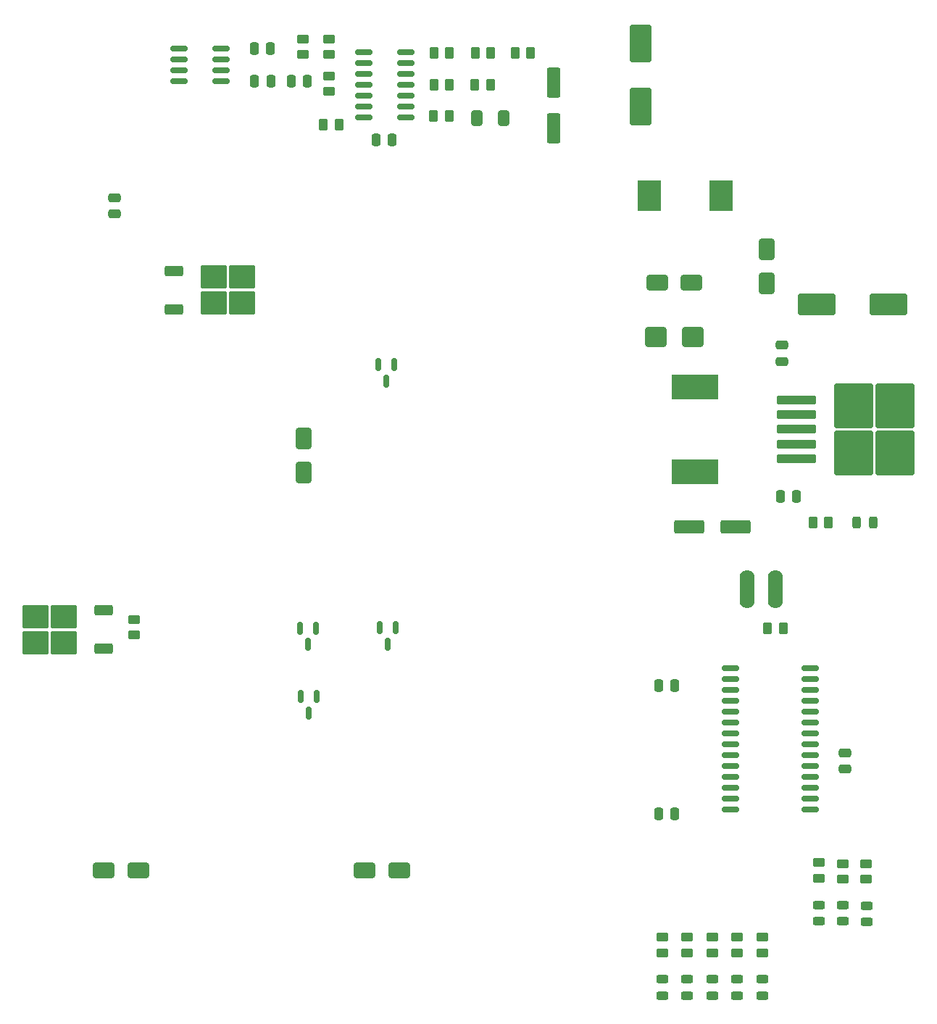
<source format=gtp>
G04 #@! TF.GenerationSoftware,KiCad,Pcbnew,8.0.7*
G04 #@! TF.CreationDate,2025-01-05T17:22:56+01:00*
G04 #@! TF.ProjectId,12VSupport,31325653-7570-4706-9f72-742e6b696361,1.1*
G04 #@! TF.SameCoordinates,Original*
G04 #@! TF.FileFunction,Paste,Top*
G04 #@! TF.FilePolarity,Positive*
%FSLAX46Y46*%
G04 Gerber Fmt 4.6, Leading zero omitted, Abs format (unit mm)*
G04 Created by KiCad (PCBNEW 8.0.7) date 2025-01-05 17:22:56*
%MOMM*%
%LPD*%
G01*
G04 APERTURE LIST*
G04 Aperture macros list*
%AMRoundRect*
0 Rectangle with rounded corners*
0 $1 Rounding radius*
0 $2 $3 $4 $5 $6 $7 $8 $9 X,Y pos of 4 corners*
0 Add a 4 corners polygon primitive as box body*
4,1,4,$2,$3,$4,$5,$6,$7,$8,$9,$2,$3,0*
0 Add four circle primitives for the rounded corners*
1,1,$1+$1,$2,$3*
1,1,$1+$1,$4,$5*
1,1,$1+$1,$6,$7*
1,1,$1+$1,$8,$9*
0 Add four rect primitives between the rounded corners*
20,1,$1+$1,$2,$3,$4,$5,0*
20,1,$1+$1,$4,$5,$6,$7,0*
20,1,$1+$1,$6,$7,$8,$9,0*
20,1,$1+$1,$8,$9,$2,$3,0*%
G04 Aperture macros list end*
%ADD10RoundRect,0.250000X-0.850000X-0.350000X0.850000X-0.350000X0.850000X0.350000X-0.850000X0.350000X0*%
%ADD11RoundRect,0.250000X-1.275000X-1.125000X1.275000X-1.125000X1.275000X1.125000X-1.275000X1.125000X0*%
%ADD12RoundRect,0.250000X-0.250000X-0.475000X0.250000X-0.475000X0.250000X0.475000X-0.250000X0.475000X0*%
%ADD13RoundRect,0.250000X-0.475000X0.250000X-0.475000X-0.250000X0.475000X-0.250000X0.475000X0.250000X0*%
%ADD14RoundRect,0.250000X-0.450000X0.262500X-0.450000X-0.262500X0.450000X-0.262500X0.450000X0.262500X0*%
%ADD15RoundRect,0.150000X-0.875000X-0.150000X0.875000X-0.150000X0.875000X0.150000X-0.875000X0.150000X0*%
%ADD16RoundRect,0.250000X0.262500X0.450000X-0.262500X0.450000X-0.262500X-0.450000X0.262500X-0.450000X0*%
%ADD17RoundRect,0.150000X-0.150000X0.587500X-0.150000X-0.587500X0.150000X-0.587500X0.150000X0.587500X0*%
%ADD18RoundRect,0.243750X0.456250X-0.243750X0.456250X0.243750X-0.456250X0.243750X-0.456250X-0.243750X0*%
%ADD19RoundRect,0.250000X-0.262500X-0.450000X0.262500X-0.450000X0.262500X0.450000X-0.262500X0.450000X0*%
%ADD20RoundRect,0.250000X0.450000X-0.262500X0.450000X0.262500X-0.450000X0.262500X-0.450000X-0.262500X0*%
%ADD21R,5.400000X2.900000*%
%ADD22RoundRect,0.250000X1.000000X-1.950000X1.000000X1.950000X-1.000000X1.950000X-1.000000X-1.950000X0*%
%ADD23RoundRect,0.250000X0.650000X-1.000000X0.650000X1.000000X-0.650000X1.000000X-0.650000X-1.000000X0*%
%ADD24RoundRect,0.250000X0.250000X0.475000X-0.250000X0.475000X-0.250000X-0.475000X0.250000X-0.475000X0*%
%ADD25RoundRect,0.250000X1.000000X0.650000X-1.000000X0.650000X-1.000000X-0.650000X1.000000X-0.650000X0*%
%ADD26RoundRect,0.250000X-1.500000X-0.550000X1.500000X-0.550000X1.500000X0.550000X-1.500000X0.550000X0*%
%ADD27RoundRect,0.250000X-1.950000X-1.000000X1.950000X-1.000000X1.950000X1.000000X-1.950000X1.000000X0*%
%ADD28RoundRect,0.250000X1.000000X0.900000X-1.000000X0.900000X-1.000000X-0.900000X1.000000X-0.900000X0*%
%ADD29RoundRect,0.250000X0.850000X0.350000X-0.850000X0.350000X-0.850000X-0.350000X0.850000X-0.350000X0*%
%ADD30RoundRect,0.250000X1.275000X1.125000X-1.275000X1.125000X-1.275000X-1.125000X1.275000X-1.125000X0*%
%ADD31RoundRect,0.150000X-0.825000X-0.150000X0.825000X-0.150000X0.825000X0.150000X-0.825000X0.150000X0*%
%ADD32RoundRect,0.250000X-2.050000X-0.300000X2.050000X-0.300000X2.050000X0.300000X-2.050000X0.300000X0*%
%ADD33RoundRect,0.250000X-2.025000X-2.375000X2.025000X-2.375000X2.025000X2.375000X-2.025000X2.375000X0*%
%ADD34RoundRect,0.250000X0.550000X-1.500000X0.550000X1.500000X-0.550000X1.500000X-0.550000X-1.500000X0*%
%ADD35RoundRect,0.250000X0.475000X-0.250000X0.475000X0.250000X-0.475000X0.250000X-0.475000X-0.250000X0*%
%ADD36R,2.700000X3.600000*%
%ADD37O,1.750000X4.500000*%
%ADD38RoundRect,0.243750X0.243750X0.456250X-0.243750X0.456250X-0.243750X-0.456250X0.243750X-0.456250X0*%
%ADD39RoundRect,0.250000X0.412500X0.650000X-0.412500X0.650000X-0.412500X-0.650000X0.412500X-0.650000X0*%
G04 APERTURE END LIST*
D10*
X61565500Y-72904000D03*
D11*
X66190500Y-73659000D03*
X66190500Y-76709000D03*
X69540500Y-73659000D03*
X69540500Y-76709000D03*
D10*
X61565500Y-77464000D03*
D12*
X70955500Y-46990000D03*
X72855500Y-46990000D03*
D13*
X139954000Y-129225000D03*
X139954000Y-131125000D03*
D14*
X139700000Y-142168000D03*
X139700000Y-143993000D03*
D15*
X126590000Y-119380000D03*
X126590000Y-120650000D03*
X126590000Y-121920000D03*
X126590000Y-123190000D03*
X126590000Y-124460000D03*
X126590000Y-125730000D03*
X126590000Y-127000000D03*
X126590000Y-128270000D03*
X126590000Y-129540000D03*
X126590000Y-130810000D03*
X126590000Y-132080000D03*
X126590000Y-133350000D03*
X126590000Y-134620000D03*
X126590000Y-135890000D03*
X135890000Y-135890000D03*
X135890000Y-134620000D03*
X135890000Y-133350000D03*
X135890000Y-132080000D03*
X135890000Y-130810000D03*
X135890000Y-129540000D03*
X135890000Y-128270000D03*
X135890000Y-127000000D03*
X135890000Y-125730000D03*
X135890000Y-124460000D03*
X135890000Y-123190000D03*
X135890000Y-121920000D03*
X135890000Y-120650000D03*
X135890000Y-119380000D03*
D14*
X118618000Y-150749000D03*
X118618000Y-152574000D03*
D16*
X93749500Y-51181000D03*
X91924500Y-51181000D03*
D17*
X87310000Y-83898500D03*
X85410000Y-83898500D03*
X86360000Y-85773500D03*
D18*
X136906000Y-148892500D03*
X136906000Y-147017500D03*
X124460000Y-157577000D03*
X124460000Y-155702000D03*
D12*
X70960500Y-50800000D03*
X72860500Y-50800000D03*
D14*
X121539000Y-150774000D03*
X121539000Y-152599000D03*
D19*
X136224000Y-102362000D03*
X138049000Y-102362000D03*
D20*
X56896000Y-115466500D03*
X56896000Y-113641500D03*
D19*
X78994000Y-55880000D03*
X80819000Y-55880000D03*
D21*
X122435000Y-86490000D03*
X122435000Y-96390000D03*
D19*
X130913500Y-114681000D03*
X132738500Y-114681000D03*
D12*
X132400000Y-99314000D03*
X134300000Y-99314000D03*
D17*
X78166000Y-114711000D03*
X76266000Y-114711000D03*
X77216000Y-116586000D03*
D16*
X93726000Y-54864000D03*
X91901000Y-54864000D03*
D18*
X121539000Y-157577000D03*
X121539000Y-155702000D03*
D14*
X142449000Y-142168000D03*
X142449000Y-143993000D03*
D22*
X116078000Y-53738000D03*
X116078000Y-46338000D03*
D14*
X136906000Y-142066000D03*
X136906000Y-143891000D03*
D16*
X93749500Y-47498000D03*
X91924500Y-47498000D03*
D19*
X101426000Y-47498000D03*
X103251000Y-47498000D03*
D13*
X132595000Y-81600000D03*
X132595000Y-83500000D03*
D18*
X139700000Y-148922500D03*
X139700000Y-147047500D03*
D19*
X96750500Y-47498000D03*
X98575500Y-47498000D03*
D17*
X78232000Y-122682000D03*
X76332000Y-122682000D03*
X77282000Y-124557000D03*
D23*
X76708000Y-96488000D03*
X76708000Y-92488000D03*
D14*
X76604500Y-45823500D03*
X76604500Y-47648500D03*
D12*
X75250000Y-50800000D03*
X77150000Y-50800000D03*
D18*
X127381000Y-157577000D03*
X127381000Y-155702000D03*
D24*
X120076000Y-136398000D03*
X118176000Y-136398000D03*
D25*
X87852000Y-143002000D03*
X83852000Y-143002000D03*
X122015000Y-74295000D03*
X118015000Y-74295000D03*
D14*
X130302000Y-150774000D03*
X130302000Y-152599000D03*
D20*
X79652500Y-47648500D03*
X79652500Y-45823500D03*
D17*
X87460500Y-114632500D03*
X85560500Y-114632500D03*
X86510500Y-116507500D03*
D16*
X98552000Y-51181000D03*
X96727000Y-51181000D03*
D24*
X120076000Y-121412000D03*
X118176000Y-121412000D03*
D26*
X121760000Y-102870000D03*
X127160000Y-102870000D03*
D27*
X136650000Y-76835000D03*
X145050000Y-76835000D03*
D28*
X122165000Y-80645000D03*
X117865000Y-80645000D03*
D18*
X142494000Y-148971000D03*
X142494000Y-147096000D03*
D29*
X53340000Y-117094000D03*
D30*
X48715000Y-116339000D03*
X48715000Y-113289000D03*
X45365000Y-116339000D03*
X45365000Y-113289000D03*
D29*
X53340000Y-112534000D03*
D14*
X124460000Y-150774000D03*
X124460000Y-152599000D03*
D31*
X62125500Y-46990000D03*
X62125500Y-48260000D03*
X62125500Y-49530000D03*
X62125500Y-50800000D03*
X67075500Y-50800000D03*
X67075500Y-49530000D03*
X67075500Y-48260000D03*
X67075500Y-46990000D03*
D32*
X134240000Y-88040000D03*
X134240000Y-89740000D03*
X134240000Y-91440000D03*
D33*
X140965000Y-88665000D03*
X140965000Y-94215000D03*
X145815000Y-88665000D03*
X145815000Y-94215000D03*
D32*
X134240000Y-93140000D03*
X134240000Y-94840000D03*
D34*
X105918000Y-56294000D03*
X105918000Y-50894000D03*
D18*
X118618000Y-157577000D03*
X118618000Y-155702000D03*
D35*
X54610000Y-66294000D03*
X54610000Y-64394000D03*
D36*
X117135000Y-64135000D03*
X125435000Y-64135000D03*
D18*
X130302000Y-157577000D03*
X130302000Y-155702000D03*
D14*
X127381000Y-150774000D03*
X127381000Y-152599000D03*
D37*
X128550000Y-110109000D03*
X131800000Y-110109000D03*
D38*
X143226000Y-102362000D03*
X141351000Y-102362000D03*
D25*
X57372000Y-143002000D03*
X53372000Y-143002000D03*
D20*
X79652500Y-51966500D03*
X79652500Y-50141500D03*
D31*
X83696000Y-47371000D03*
X83696000Y-48641000D03*
X83696000Y-49911000D03*
X83696000Y-51181000D03*
X83696000Y-52451000D03*
X83696000Y-53721000D03*
X83696000Y-54991000D03*
X88646000Y-54991000D03*
X88646000Y-53721000D03*
X88646000Y-52451000D03*
X88646000Y-51181000D03*
X88646000Y-49911000D03*
X88646000Y-48641000D03*
X88646000Y-47371000D03*
D12*
X85156000Y-57658000D03*
X87056000Y-57658000D03*
D39*
X100076000Y-55118000D03*
X96951000Y-55118000D03*
D23*
X130810000Y-74390000D03*
X130810000Y-70390000D03*
M02*

</source>
